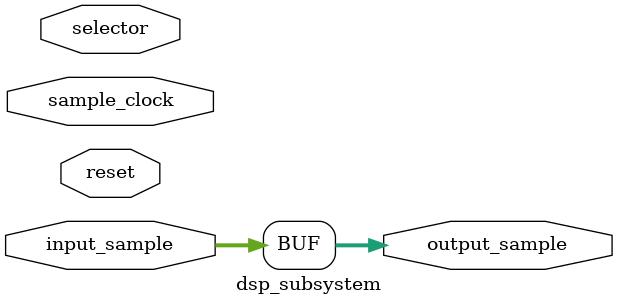
<source format=v>
module dsp_subsystem (
	input sample_clock, reset,
	input [1:0] selector,
	input [15:0] input_sample,
	output [15:0] output_sample
	);

	assign output_sample = input_sample;

endmodule

</source>
